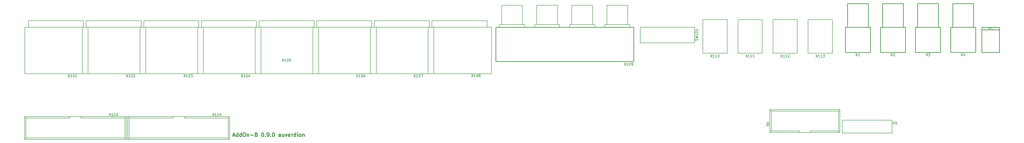
<source format=gbr>
G04 #@! TF.GenerationSoftware,KiCad,Pcbnew,(5.1.0-0)*
G04 #@! TF.CreationDate,2019-04-19T21:28:45+02:00*
G04 #@! TF.ProjectId,AddOnB,4164644f-6e42-42e6-9b69-6361645f7063,rev?*
G04 #@! TF.SameCoordinates,Original*
G04 #@! TF.FileFunction,Legend,Top*
G04 #@! TF.FilePolarity,Positive*
%FSLAX46Y46*%
G04 Gerber Fmt 4.6, Leading zero omitted, Abs format (unit mm)*
G04 Created by KiCad (PCBNEW (5.1.0-0)) date 2019-04-19 21:28:45*
%MOMM*%
%LPD*%
G04 APERTURE LIST*
%ADD10C,0.300000*%
%ADD11C,0.150000*%
%ADD12C,0.254000*%
G04 APERTURE END LIST*
D10*
X90614285Y46650000D02*
X91328571Y46650000D01*
X90471428Y46221428D02*
X90971428Y47721428D01*
X91471428Y46221428D01*
X92614285Y46221428D02*
X92614285Y47721428D01*
X92614285Y46292857D02*
X92471428Y46221428D01*
X92185714Y46221428D01*
X92042857Y46292857D01*
X91971428Y46364285D01*
X91900000Y46507142D01*
X91900000Y46935714D01*
X91971428Y47078571D01*
X92042857Y47150000D01*
X92185714Y47221428D01*
X92471428Y47221428D01*
X92614285Y47150000D01*
X93971428Y46221428D02*
X93971428Y47721428D01*
X93971428Y46292857D02*
X93828571Y46221428D01*
X93542857Y46221428D01*
X93400000Y46292857D01*
X93328571Y46364285D01*
X93257142Y46507142D01*
X93257142Y46935714D01*
X93328571Y47078571D01*
X93400000Y47150000D01*
X93542857Y47221428D01*
X93828571Y47221428D01*
X93971428Y47150000D01*
X94971428Y47721428D02*
X95257142Y47721428D01*
X95400000Y47650000D01*
X95542857Y47507142D01*
X95614285Y47221428D01*
X95614285Y46721428D01*
X95542857Y46435714D01*
X95400000Y46292857D01*
X95257142Y46221428D01*
X94971428Y46221428D01*
X94828571Y46292857D01*
X94685714Y46435714D01*
X94614285Y46721428D01*
X94614285Y47221428D01*
X94685714Y47507142D01*
X94828571Y47650000D01*
X94971428Y47721428D01*
X96257142Y47221428D02*
X96257142Y46221428D01*
X96257142Y47078571D02*
X96328571Y47150000D01*
X96471428Y47221428D01*
X96685714Y47221428D01*
X96828571Y47150000D01*
X96900000Y47007142D01*
X96900000Y46221428D01*
X97614285Y46792857D02*
X98757142Y46792857D01*
X99971428Y47007142D02*
X100185714Y46935714D01*
X100257142Y46864285D01*
X100328571Y46721428D01*
X100328571Y46507142D01*
X100257142Y46364285D01*
X100185714Y46292857D01*
X100042857Y46221428D01*
X99471428Y46221428D01*
X99471428Y47721428D01*
X99971428Y47721428D01*
X100114285Y47650000D01*
X100185714Y47578571D01*
X100257142Y47435714D01*
X100257142Y47292857D01*
X100185714Y47150000D01*
X100114285Y47078571D01*
X99971428Y47007142D01*
X99471428Y47007142D01*
X102400000Y47721428D02*
X102542857Y47721428D01*
X102685714Y47650000D01*
X102757142Y47578571D01*
X102828571Y47435714D01*
X102900000Y47150000D01*
X102900000Y46792857D01*
X102828571Y46507142D01*
X102757142Y46364285D01*
X102685714Y46292857D01*
X102542857Y46221428D01*
X102400000Y46221428D01*
X102257142Y46292857D01*
X102185714Y46364285D01*
X102114285Y46507142D01*
X102042857Y46792857D01*
X102042857Y47150000D01*
X102114285Y47435714D01*
X102185714Y47578571D01*
X102257142Y47650000D01*
X102400000Y47721428D01*
X103542857Y46364285D02*
X103614285Y46292857D01*
X103542857Y46221428D01*
X103471428Y46292857D01*
X103542857Y46364285D01*
X103542857Y46221428D01*
X104328571Y46221428D02*
X104614285Y46221428D01*
X104757142Y46292857D01*
X104828571Y46364285D01*
X104971428Y46578571D01*
X105042857Y46864285D01*
X105042857Y47435714D01*
X104971428Y47578571D01*
X104900000Y47650000D01*
X104757142Y47721428D01*
X104471428Y47721428D01*
X104328571Y47650000D01*
X104257142Y47578571D01*
X104185714Y47435714D01*
X104185714Y47078571D01*
X104257142Y46935714D01*
X104328571Y46864285D01*
X104471428Y46792857D01*
X104757142Y46792857D01*
X104900000Y46864285D01*
X104971428Y46935714D01*
X105042857Y47078571D01*
X105685714Y46364285D02*
X105757142Y46292857D01*
X105685714Y46221428D01*
X105614285Y46292857D01*
X105685714Y46364285D01*
X105685714Y46221428D01*
X106685714Y47721428D02*
X106828571Y47721428D01*
X106971428Y47650000D01*
X107042857Y47578571D01*
X107114285Y47435714D01*
X107185714Y47150000D01*
X107185714Y46792857D01*
X107114285Y46507142D01*
X107042857Y46364285D01*
X106971428Y46292857D01*
X106828571Y46221428D01*
X106685714Y46221428D01*
X106542857Y46292857D01*
X106471428Y46364285D01*
X106400000Y46507142D01*
X106328571Y46792857D01*
X106328571Y47150000D01*
X106400000Y47435714D01*
X106471428Y47578571D01*
X106542857Y47650000D01*
X106685714Y47721428D01*
X109614285Y46221428D02*
X109614285Y47007142D01*
X109542857Y47150000D01*
X109400000Y47221428D01*
X109114285Y47221428D01*
X108971428Y47150000D01*
X109614285Y46292857D02*
X109471428Y46221428D01*
X109114285Y46221428D01*
X108971428Y46292857D01*
X108900000Y46435714D01*
X108900000Y46578571D01*
X108971428Y46721428D01*
X109114285Y46792857D01*
X109471428Y46792857D01*
X109614285Y46864285D01*
X110971428Y47221428D02*
X110971428Y46221428D01*
X110328571Y47221428D02*
X110328571Y46435714D01*
X110400000Y46292857D01*
X110542857Y46221428D01*
X110757142Y46221428D01*
X110900000Y46292857D01*
X110971428Y46364285D01*
X111542857Y47221428D02*
X111900000Y46221428D01*
X112257142Y47221428D01*
X113400000Y46292857D02*
X113257142Y46221428D01*
X112971428Y46221428D01*
X112828571Y46292857D01*
X112757142Y46435714D01*
X112757142Y47007142D01*
X112828571Y47150000D01*
X112971428Y47221428D01*
X113257142Y47221428D01*
X113400000Y47150000D01*
X113471428Y47007142D01*
X113471428Y46864285D01*
X112757142Y46721428D01*
X114114285Y46221428D02*
X114114285Y47221428D01*
X114114285Y46935714D02*
X114185714Y47078571D01*
X114257142Y47150000D01*
X114400000Y47221428D01*
X114542857Y47221428D01*
X115685714Y46221428D02*
X115685714Y47721428D01*
X115685714Y46292857D02*
X115542857Y46221428D01*
X115257142Y46221428D01*
X115114285Y46292857D01*
X115042857Y46364285D01*
X114971428Y46507142D01*
X114971428Y46935714D01*
X115042857Y47078571D01*
X115114285Y47150000D01*
X115257142Y47221428D01*
X115542857Y47221428D01*
X115685714Y47150000D01*
X116400000Y46221428D02*
X116400000Y47221428D01*
X116400000Y47721428D02*
X116328571Y47650000D01*
X116400000Y47578571D01*
X116471428Y47650000D01*
X116400000Y47721428D01*
X116400000Y47578571D01*
X117328571Y46221428D02*
X117185714Y46292857D01*
X117114285Y46364285D01*
X117042857Y46507142D01*
X117042857Y46935714D01*
X117114285Y47078571D01*
X117185714Y47150000D01*
X117328571Y47221428D01*
X117542857Y47221428D01*
X117685714Y47150000D01*
X117757142Y47078571D01*
X117828571Y46935714D01*
X117828571Y46507142D01*
X117757142Y46364285D01*
X117685714Y46292857D01*
X117542857Y46221428D01*
X117328571Y46221428D01*
X118471428Y47221428D02*
X118471428Y46221428D01*
X118471428Y47078571D02*
X118542857Y47150000D01*
X118685714Y47221428D01*
X118900000Y47221428D01*
X119042857Y47150000D01*
X119114285Y47007142D01*
X119114285Y46221428D01*
D11*
X332860000Y47880000D02*
X332300000Y48430000D01*
X304920000Y47880000D02*
X305460000Y48430000D01*
X332860000Y56980000D02*
X332300000Y56430000D01*
X304920000Y56980000D02*
X305460000Y56430000D01*
X332300000Y56430000D02*
X332300000Y48430000D01*
X332860000Y56980000D02*
X332860000Y47880000D01*
X305460000Y56430000D02*
X305460000Y48430000D01*
X304920000Y56980000D02*
X304920000Y47880000D01*
X321140000Y48430000D02*
X321140000Y47880000D01*
X316640000Y48430000D02*
X316640000Y47880000D01*
X321140000Y48430000D02*
X332300000Y48430000D01*
X305460000Y48430000D02*
X316640000Y48430000D01*
X304920000Y47880000D02*
X332860000Y47880000D01*
X305460000Y56430000D02*
X332300000Y56430000D01*
X304920000Y56980000D02*
X332860000Y56980000D01*
D12*
X377000000Y90000000D02*
X387000000Y90000000D01*
X387000000Y90000000D02*
X387000000Y80000000D01*
X387000000Y80000000D02*
X377000000Y80000000D01*
X377000000Y80000000D02*
X377000000Y90000000D01*
X377850000Y90000000D02*
X377850000Y99500000D01*
X377850000Y99500000D02*
X386150000Y99500000D01*
X386150000Y99500000D02*
X386150000Y90000000D01*
X372150000Y99500000D02*
X372150000Y90000000D01*
X363850000Y99500000D02*
X372150000Y99500000D01*
X363850000Y90000000D02*
X363850000Y99500000D01*
X363000000Y80000000D02*
X363000000Y90000000D01*
X373000000Y80000000D02*
X363000000Y80000000D01*
X373000000Y90000000D02*
X373000000Y80000000D01*
X363000000Y90000000D02*
X373000000Y90000000D01*
X349000000Y90000000D02*
X359000000Y90000000D01*
X359000000Y90000000D02*
X359000000Y80000000D01*
X359000000Y80000000D02*
X349000000Y80000000D01*
X349000000Y80000000D02*
X349000000Y90000000D01*
X349850000Y90000000D02*
X349850000Y99500000D01*
X349850000Y99500000D02*
X358150000Y99500000D01*
X358150000Y99500000D02*
X358150000Y90000000D01*
D11*
X7500000Y90000000D02*
X7500000Y71400000D01*
X7500000Y71400000D02*
X32800000Y71400000D01*
X32800000Y71400000D02*
X32800000Y90000000D01*
X32800000Y90000000D02*
X7500000Y90000000D01*
X9000000Y90000000D02*
X9000000Y92700000D01*
X9000000Y92700000D02*
X31000000Y92700000D01*
X31000000Y92700000D02*
X31000000Y90000000D01*
X30500000Y90000000D02*
X30500000Y71400000D01*
X30500000Y71400000D02*
X55800000Y71400000D01*
X55800000Y71400000D02*
X55800000Y90000000D01*
X55800000Y90000000D02*
X30500000Y90000000D01*
X32000000Y90000000D02*
X32000000Y92700000D01*
X32000000Y92700000D02*
X54000000Y92700000D01*
X54000000Y92700000D02*
X54000000Y90000000D01*
X53500000Y90000000D02*
X53500000Y71400000D01*
X53500000Y71400000D02*
X78800000Y71400000D01*
X78800000Y71400000D02*
X78800000Y90000000D01*
X78800000Y90000000D02*
X53500000Y90000000D01*
X55000000Y90000000D02*
X55000000Y92700000D01*
X55000000Y92700000D02*
X77000000Y92700000D01*
X77000000Y92700000D02*
X77000000Y90000000D01*
X76500000Y90000000D02*
X76500000Y71400000D01*
X76500000Y71400000D02*
X101800000Y71400000D01*
X101800000Y71400000D02*
X101800000Y90000000D01*
X101800000Y90000000D02*
X76500000Y90000000D01*
X78000000Y90000000D02*
X78000000Y92700000D01*
X78000000Y92700000D02*
X100000000Y92700000D01*
X100000000Y92700000D02*
X100000000Y90000000D01*
X99500000Y90000000D02*
X99500000Y71400000D01*
X99500000Y71400000D02*
X124800000Y71400000D01*
X124800000Y71400000D02*
X124800000Y90000000D01*
X124800000Y90000000D02*
X99500000Y90000000D01*
X101000000Y90000000D02*
X101000000Y92700000D01*
X101000000Y92700000D02*
X123000000Y92700000D01*
X123000000Y92700000D02*
X123000000Y90000000D01*
X122500000Y90000000D02*
X122500000Y71400000D01*
X122500000Y71400000D02*
X147800000Y71400000D01*
X147800000Y71400000D02*
X147800000Y90000000D01*
X147800000Y90000000D02*
X122500000Y90000000D01*
X124000000Y90000000D02*
X124000000Y92700000D01*
X124000000Y92700000D02*
X146000000Y92700000D01*
X146000000Y92700000D02*
X146000000Y90000000D01*
X145500000Y90000000D02*
X145500000Y71400000D01*
X145500000Y71400000D02*
X170800000Y71400000D01*
X170800000Y71400000D02*
X170800000Y90000000D01*
X170800000Y90000000D02*
X145500000Y90000000D01*
X147000000Y90000000D02*
X147000000Y92700000D01*
X147000000Y92700000D02*
X169000000Y92700000D01*
X169000000Y92700000D02*
X169000000Y90000000D01*
X168500000Y90000000D02*
X168500000Y71400000D01*
X168500000Y71400000D02*
X193800000Y71400000D01*
X193800000Y71400000D02*
X193800000Y90000000D01*
X193800000Y90000000D02*
X168500000Y90000000D01*
X170000000Y90000000D02*
X170000000Y92700000D01*
X170000000Y92700000D02*
X192000000Y92700000D01*
X192000000Y92700000D02*
X192000000Y90000000D01*
D12*
X250500000Y76300000D02*
X250500000Y90000000D01*
X195500000Y76300000D02*
X250500000Y76300000D01*
X195500000Y90000000D02*
X195500000Y76300000D01*
X250500000Y90000000D02*
X195500000Y90000000D01*
D11*
X207000000Y90000000D02*
X207000000Y91100000D01*
X206150000Y98800000D02*
X206150000Y91100000D01*
X206150000Y98800000D02*
X197850000Y98800000D01*
X197000000Y91100000D02*
X197000000Y90000000D01*
X197850000Y98800000D02*
X197850000Y91100000D01*
X207000000Y91100000D02*
X197000000Y91100000D01*
X221000000Y91100000D02*
X211000000Y91100000D01*
X220150000Y98800000D02*
X220150000Y91100000D01*
X221000000Y90000000D02*
X221000000Y91100000D01*
X220150000Y98800000D02*
X211850000Y98800000D01*
X211000000Y91100000D02*
X211000000Y90000000D01*
X211850000Y98800000D02*
X211850000Y91100000D01*
X225000000Y91100000D02*
X225000000Y90000000D01*
X235000000Y91100000D02*
X225000000Y91100000D01*
X235000000Y90000000D02*
X235000000Y91100000D01*
X234150000Y98800000D02*
X225850000Y98800000D01*
X234150000Y98800000D02*
X234150000Y91100000D01*
X225850000Y98800000D02*
X225850000Y91100000D01*
X248150000Y98800000D02*
X239850000Y98800000D01*
X248150000Y98800000D02*
X248150000Y91100000D01*
X239850000Y98800000D02*
X239850000Y91100000D01*
X239000000Y91100000D02*
X239000000Y90000000D01*
X249000000Y91100000D02*
X239000000Y91100000D01*
X249000000Y90000000D02*
X249000000Y91100000D01*
X278150000Y79610000D02*
X287850000Y79610000D01*
X287850000Y79610000D02*
X287850000Y93110000D01*
X287850000Y93100000D02*
X278150000Y93100000D01*
X278150000Y93110000D02*
X278150000Y79610000D01*
X292150000Y93110000D02*
X292150000Y79610000D01*
X301850000Y93100000D02*
X292150000Y93100000D01*
X301850000Y79610000D02*
X301850000Y93110000D01*
X292150000Y79610000D02*
X301850000Y79610000D01*
X306150000Y79610000D02*
X315850000Y79610000D01*
X315850000Y79610000D02*
X315850000Y93110000D01*
X315850000Y93100000D02*
X306150000Y93100000D01*
X306150000Y93110000D02*
X306150000Y79610000D01*
X320150000Y93110000D02*
X320150000Y79610000D01*
X329850000Y93100000D02*
X320150000Y93100000D01*
X329850000Y79610000D02*
X329850000Y93110000D01*
X320150000Y79610000D02*
X329850000Y79610000D01*
X48640000Y54180000D02*
X49200000Y53630000D01*
X89280000Y54180000D02*
X88740000Y53630000D01*
X48640000Y45080000D02*
X49200000Y45630000D01*
X89280000Y45080000D02*
X88740000Y45630000D01*
X49200000Y45630000D02*
X49200000Y53630000D01*
X48640000Y45080000D02*
X48640000Y54180000D01*
X88740000Y45630000D02*
X88740000Y53630000D01*
X89280000Y45080000D02*
X89280000Y54180000D01*
X66710000Y53630000D02*
X66710000Y54180000D01*
X71210000Y53630000D02*
X71210000Y54180000D01*
X66710000Y53630000D02*
X49200000Y53630000D01*
X88740000Y53630000D02*
X71210000Y53630000D01*
X89280000Y54180000D02*
X48640000Y54180000D01*
X88740000Y45630000D02*
X49200000Y45630000D01*
X89280000Y45080000D02*
X48640000Y45080000D01*
X48080000Y45080000D02*
X7440000Y45080000D01*
X47540000Y45630000D02*
X8000000Y45630000D01*
X48080000Y54180000D02*
X7440000Y54180000D01*
X47540000Y53630000D02*
X30010000Y53630000D01*
X25510000Y53630000D02*
X8000000Y53630000D01*
X30010000Y53630000D02*
X30010000Y54180000D01*
X25510000Y53630000D02*
X25510000Y54180000D01*
X48080000Y45080000D02*
X48080000Y54180000D01*
X47540000Y45630000D02*
X47540000Y53630000D01*
X7440000Y45080000D02*
X7440000Y54180000D01*
X8000000Y45630000D02*
X8000000Y53630000D01*
X48080000Y45080000D02*
X47540000Y45630000D01*
X7440000Y45080000D02*
X8000000Y45630000D01*
X48080000Y54180000D02*
X47540000Y53630000D01*
X7440000Y54180000D02*
X8000000Y53630000D01*
D12*
X344150000Y99500000D02*
X344150000Y90000000D01*
X335850000Y99500000D02*
X344150000Y99500000D01*
X335850000Y90000000D02*
X335850000Y99500000D01*
X335000000Y80000000D02*
X335000000Y90000000D01*
X345000000Y80000000D02*
X335000000Y80000000D01*
X345000000Y90000000D02*
X345000000Y80000000D01*
X335000000Y90000000D02*
X345000000Y90000000D01*
D11*
X333770000Y47600000D02*
X333770000Y52800000D01*
X353630000Y47600000D02*
X333770000Y47600000D01*
X353630000Y52800000D02*
X353630000Y47600000D01*
X333770000Y52800000D02*
X353630000Y52800000D01*
D12*
X389500000Y90000000D02*
X389500000Y80000000D01*
X389500000Y80000000D02*
X396500000Y80000000D01*
X396500000Y80000000D02*
X396500000Y90000000D01*
X396500000Y90000000D02*
X389500000Y90000000D01*
X389500000Y89000000D02*
X396500000Y89000000D01*
D11*
X274840000Y83800000D02*
X253160000Y83800000D01*
X253160000Y83800000D02*
X253160000Y90000000D01*
X253160000Y90000000D02*
X274840000Y90000000D01*
X274840000Y90000000D02*
X274840000Y83800000D01*
X303552380Y50390476D02*
X304552380Y51057142D01*
X303552380Y51057142D02*
X304552380Y50390476D01*
X303552380Y51866666D02*
X303552380Y51676190D01*
X303600000Y51580952D01*
X303647619Y51533333D01*
X303790476Y51438095D01*
X303980952Y51390476D01*
X304361904Y51390476D01*
X304457142Y51438095D01*
X304504761Y51485714D01*
X304552380Y51580952D01*
X304552380Y51771428D01*
X304504761Y51866666D01*
X304457142Y51914285D01*
X304361904Y51961904D01*
X304123809Y51961904D01*
X304028571Y51914285D01*
X303980952Y51866666D01*
X303933333Y51771428D01*
X303933333Y51580952D01*
X303980952Y51485714D01*
X304028571Y51438095D01*
X304123809Y51390476D01*
X381190476Y79547619D02*
X381857142Y78547619D01*
X381857142Y79547619D02*
X381190476Y78547619D01*
X382666666Y79214285D02*
X382666666Y78547619D01*
X382428571Y79595238D02*
X382190476Y78880952D01*
X382809523Y78880952D01*
X367190476Y79547619D02*
X367857142Y78547619D01*
X367857142Y79547619D02*
X367190476Y78547619D01*
X368142857Y79547619D02*
X368761904Y79547619D01*
X368428571Y79166666D01*
X368571428Y79166666D01*
X368666666Y79119047D01*
X368714285Y79071428D01*
X368761904Y78976190D01*
X368761904Y78738095D01*
X368714285Y78642857D01*
X368666666Y78595238D01*
X368571428Y78547619D01*
X368285714Y78547619D01*
X368190476Y78595238D01*
X368142857Y78642857D01*
X353190476Y79547619D02*
X353857142Y78547619D01*
X353857142Y79547619D02*
X353190476Y78547619D01*
X354190476Y79452380D02*
X354238095Y79500000D01*
X354333333Y79547619D01*
X354571428Y79547619D01*
X354666666Y79500000D01*
X354714285Y79452380D01*
X354761904Y79357142D01*
X354761904Y79261904D01*
X354714285Y79119047D01*
X354142857Y78547619D01*
X354761904Y78547619D01*
X24838095Y71047619D02*
X25504761Y70047619D01*
X25504761Y71047619D02*
X24838095Y70047619D01*
X26409523Y70047619D02*
X25838095Y70047619D01*
X26123809Y70047619D02*
X26123809Y71047619D01*
X26028571Y70904761D01*
X25933333Y70809523D01*
X25838095Y70761904D01*
X27028571Y71047619D02*
X27123809Y71047619D01*
X27219047Y71000000D01*
X27266666Y70952380D01*
X27314285Y70857142D01*
X27361904Y70666666D01*
X27361904Y70428571D01*
X27314285Y70238095D01*
X27266666Y70142857D01*
X27219047Y70095238D01*
X27123809Y70047619D01*
X27028571Y70047619D01*
X26933333Y70095238D01*
X26885714Y70142857D01*
X26838095Y70238095D01*
X26790476Y70428571D01*
X26790476Y70666666D01*
X26838095Y70857142D01*
X26885714Y70952380D01*
X26933333Y71000000D01*
X27028571Y71047619D01*
X28314285Y70047619D02*
X27742857Y70047619D01*
X28028571Y70047619D02*
X28028571Y71047619D01*
X27933333Y70904761D01*
X27838095Y70809523D01*
X27742857Y70761904D01*
X48038095Y71047619D02*
X48704761Y70047619D01*
X48704761Y71047619D02*
X48038095Y70047619D01*
X49609523Y70047619D02*
X49038095Y70047619D01*
X49323809Y70047619D02*
X49323809Y71047619D01*
X49228571Y70904761D01*
X49133333Y70809523D01*
X49038095Y70761904D01*
X50228571Y71047619D02*
X50323809Y71047619D01*
X50419047Y71000000D01*
X50466666Y70952380D01*
X50514285Y70857142D01*
X50561904Y70666666D01*
X50561904Y70428571D01*
X50514285Y70238095D01*
X50466666Y70142857D01*
X50419047Y70095238D01*
X50323809Y70047619D01*
X50228571Y70047619D01*
X50133333Y70095238D01*
X50085714Y70142857D01*
X50038095Y70238095D01*
X49990476Y70428571D01*
X49990476Y70666666D01*
X50038095Y70857142D01*
X50085714Y70952380D01*
X50133333Y71000000D01*
X50228571Y71047619D01*
X50942857Y70952380D02*
X50990476Y71000000D01*
X51085714Y71047619D01*
X51323809Y71047619D01*
X51419047Y71000000D01*
X51466666Y70952380D01*
X51514285Y70857142D01*
X51514285Y70761904D01*
X51466666Y70619047D01*
X50895238Y70047619D01*
X51514285Y70047619D01*
X70938095Y71047619D02*
X71604761Y70047619D01*
X71604761Y71047619D02*
X70938095Y70047619D01*
X72509523Y70047619D02*
X71938095Y70047619D01*
X72223809Y70047619D02*
X72223809Y71047619D01*
X72128571Y70904761D01*
X72033333Y70809523D01*
X71938095Y70761904D01*
X73128571Y71047619D02*
X73223809Y71047619D01*
X73319047Y71000000D01*
X73366666Y70952380D01*
X73414285Y70857142D01*
X73461904Y70666666D01*
X73461904Y70428571D01*
X73414285Y70238095D01*
X73366666Y70142857D01*
X73319047Y70095238D01*
X73223809Y70047619D01*
X73128571Y70047619D01*
X73033333Y70095238D01*
X72985714Y70142857D01*
X72938095Y70238095D01*
X72890476Y70428571D01*
X72890476Y70666666D01*
X72938095Y70857142D01*
X72985714Y70952380D01*
X73033333Y71000000D01*
X73128571Y71047619D01*
X73795238Y71047619D02*
X74414285Y71047619D01*
X74080952Y70666666D01*
X74223809Y70666666D01*
X74319047Y70619047D01*
X74366666Y70571428D01*
X74414285Y70476190D01*
X74414285Y70238095D01*
X74366666Y70142857D01*
X74319047Y70095238D01*
X74223809Y70047619D01*
X73938095Y70047619D01*
X73842857Y70095238D01*
X73795238Y70142857D01*
X93938095Y71047619D02*
X94604761Y70047619D01*
X94604761Y71047619D02*
X93938095Y70047619D01*
X95509523Y70047619D02*
X94938095Y70047619D01*
X95223809Y70047619D02*
X95223809Y71047619D01*
X95128571Y70904761D01*
X95033333Y70809523D01*
X94938095Y70761904D01*
X96128571Y71047619D02*
X96223809Y71047619D01*
X96319047Y71000000D01*
X96366666Y70952380D01*
X96414285Y70857142D01*
X96461904Y70666666D01*
X96461904Y70428571D01*
X96414285Y70238095D01*
X96366666Y70142857D01*
X96319047Y70095238D01*
X96223809Y70047619D01*
X96128571Y70047619D01*
X96033333Y70095238D01*
X95985714Y70142857D01*
X95938095Y70238095D01*
X95890476Y70428571D01*
X95890476Y70666666D01*
X95938095Y70857142D01*
X95985714Y70952380D01*
X96033333Y71000000D01*
X96128571Y71047619D01*
X97319047Y70714285D02*
X97319047Y70047619D01*
X97080952Y71095238D02*
X96842857Y70380952D01*
X97461904Y70380952D01*
X110238095Y77347619D02*
X110904761Y76347619D01*
X110904761Y77347619D02*
X110238095Y76347619D01*
X111809523Y76347619D02*
X111238095Y76347619D01*
X111523809Y76347619D02*
X111523809Y77347619D01*
X111428571Y77204761D01*
X111333333Y77109523D01*
X111238095Y77061904D01*
X112428571Y77347619D02*
X112523809Y77347619D01*
X112619047Y77300000D01*
X112666666Y77252380D01*
X112714285Y77157142D01*
X112761904Y76966666D01*
X112761904Y76728571D01*
X112714285Y76538095D01*
X112666666Y76442857D01*
X112619047Y76395238D01*
X112523809Y76347619D01*
X112428571Y76347619D01*
X112333333Y76395238D01*
X112285714Y76442857D01*
X112238095Y76538095D01*
X112190476Y76728571D01*
X112190476Y76966666D01*
X112238095Y77157142D01*
X112285714Y77252380D01*
X112333333Y77300000D01*
X112428571Y77347619D01*
X113666666Y77347619D02*
X113190476Y77347619D01*
X113142857Y76871428D01*
X113190476Y76919047D01*
X113285714Y76966666D01*
X113523809Y76966666D01*
X113619047Y76919047D01*
X113666666Y76871428D01*
X113714285Y76776190D01*
X113714285Y76538095D01*
X113666666Y76442857D01*
X113619047Y76395238D01*
X113523809Y76347619D01*
X113285714Y76347619D01*
X113190476Y76395238D01*
X113142857Y76442857D01*
X139838095Y71047619D02*
X140504761Y70047619D01*
X140504761Y71047619D02*
X139838095Y70047619D01*
X141409523Y70047619D02*
X140838095Y70047619D01*
X141123809Y70047619D02*
X141123809Y71047619D01*
X141028571Y70904761D01*
X140933333Y70809523D01*
X140838095Y70761904D01*
X142028571Y71047619D02*
X142123809Y71047619D01*
X142219047Y71000000D01*
X142266666Y70952380D01*
X142314285Y70857142D01*
X142361904Y70666666D01*
X142361904Y70428571D01*
X142314285Y70238095D01*
X142266666Y70142857D01*
X142219047Y70095238D01*
X142123809Y70047619D01*
X142028571Y70047619D01*
X141933333Y70095238D01*
X141885714Y70142857D01*
X141838095Y70238095D01*
X141790476Y70428571D01*
X141790476Y70666666D01*
X141838095Y70857142D01*
X141885714Y70952380D01*
X141933333Y71000000D01*
X142028571Y71047619D01*
X143219047Y71047619D02*
X143028571Y71047619D01*
X142933333Y71000000D01*
X142885714Y70952380D01*
X142790476Y70809523D01*
X142742857Y70619047D01*
X142742857Y70238095D01*
X142790476Y70142857D01*
X142838095Y70095238D01*
X142933333Y70047619D01*
X143123809Y70047619D01*
X143219047Y70095238D01*
X143266666Y70142857D01*
X143314285Y70238095D01*
X143314285Y70476190D01*
X143266666Y70571428D01*
X143219047Y70619047D01*
X143123809Y70666666D01*
X142933333Y70666666D01*
X142838095Y70619047D01*
X142790476Y70571428D01*
X142742857Y70476190D01*
X162838095Y71047619D02*
X163504761Y70047619D01*
X163504761Y71047619D02*
X162838095Y70047619D01*
X164409523Y70047619D02*
X163838095Y70047619D01*
X164123809Y70047619D02*
X164123809Y71047619D01*
X164028571Y70904761D01*
X163933333Y70809523D01*
X163838095Y70761904D01*
X165028571Y71047619D02*
X165123809Y71047619D01*
X165219047Y71000000D01*
X165266666Y70952380D01*
X165314285Y70857142D01*
X165361904Y70666666D01*
X165361904Y70428571D01*
X165314285Y70238095D01*
X165266666Y70142857D01*
X165219047Y70095238D01*
X165123809Y70047619D01*
X165028571Y70047619D01*
X164933333Y70095238D01*
X164885714Y70142857D01*
X164838095Y70238095D01*
X164790476Y70428571D01*
X164790476Y70666666D01*
X164838095Y70857142D01*
X164885714Y70952380D01*
X164933333Y71000000D01*
X165028571Y71047619D01*
X165695238Y71047619D02*
X166361904Y71047619D01*
X165933333Y70047619D01*
X185838095Y71147619D02*
X186504761Y70147619D01*
X186504761Y71147619D02*
X185838095Y70147619D01*
X187409523Y70147619D02*
X186838095Y70147619D01*
X187123809Y70147619D02*
X187123809Y71147619D01*
X187028571Y71004761D01*
X186933333Y70909523D01*
X186838095Y70861904D01*
X188028571Y71147619D02*
X188123809Y71147619D01*
X188219047Y71100000D01*
X188266666Y71052380D01*
X188314285Y70957142D01*
X188361904Y70766666D01*
X188361904Y70528571D01*
X188314285Y70338095D01*
X188266666Y70242857D01*
X188219047Y70195238D01*
X188123809Y70147619D01*
X188028571Y70147619D01*
X187933333Y70195238D01*
X187885714Y70242857D01*
X187838095Y70338095D01*
X187790476Y70528571D01*
X187790476Y70766666D01*
X187838095Y70957142D01*
X187885714Y71052380D01*
X187933333Y71100000D01*
X188028571Y71147619D01*
X188933333Y70719047D02*
X188838095Y70766666D01*
X188790476Y70814285D01*
X188742857Y70909523D01*
X188742857Y70957142D01*
X188790476Y71052380D01*
X188838095Y71100000D01*
X188933333Y71147619D01*
X189123809Y71147619D01*
X189219047Y71100000D01*
X189266666Y71052380D01*
X189314285Y70957142D01*
X189314285Y70909523D01*
X189266666Y70814285D01*
X189219047Y70766666D01*
X189123809Y70719047D01*
X188933333Y70719047D01*
X188838095Y70671428D01*
X188790476Y70623809D01*
X188742857Y70528571D01*
X188742857Y70338095D01*
X188790476Y70242857D01*
X188838095Y70195238D01*
X188933333Y70147619D01*
X189123809Y70147619D01*
X189219047Y70195238D01*
X189266666Y70242857D01*
X189314285Y70338095D01*
X189314285Y70528571D01*
X189266666Y70623809D01*
X189219047Y70671428D01*
X189123809Y70719047D01*
X246838095Y75747619D02*
X247504761Y74747619D01*
X247504761Y75747619D02*
X246838095Y74747619D01*
X248409523Y74747619D02*
X247838095Y74747619D01*
X248123809Y74747619D02*
X248123809Y75747619D01*
X248028571Y75604761D01*
X247933333Y75509523D01*
X247838095Y75461904D01*
X249028571Y75747619D02*
X249123809Y75747619D01*
X249219047Y75700000D01*
X249266666Y75652380D01*
X249314285Y75557142D01*
X249361904Y75366666D01*
X249361904Y75128571D01*
X249314285Y74938095D01*
X249266666Y74842857D01*
X249219047Y74795238D01*
X249123809Y74747619D01*
X249028571Y74747619D01*
X248933333Y74795238D01*
X248885714Y74842857D01*
X248838095Y74938095D01*
X248790476Y75128571D01*
X248790476Y75366666D01*
X248838095Y75557142D01*
X248885714Y75652380D01*
X248933333Y75700000D01*
X249028571Y75747619D01*
X249838095Y74747619D02*
X250028571Y74747619D01*
X250123809Y74795238D01*
X250171428Y74842857D01*
X250266666Y74985714D01*
X250314285Y75176190D01*
X250314285Y75557142D01*
X250266666Y75652380D01*
X250219047Y75700000D01*
X250123809Y75747619D01*
X249933333Y75747619D01*
X249838095Y75700000D01*
X249790476Y75652380D01*
X249742857Y75557142D01*
X249742857Y75319047D01*
X249790476Y75223809D01*
X249838095Y75176190D01*
X249933333Y75128571D01*
X250123809Y75128571D01*
X250219047Y75176190D01*
X250266666Y75223809D01*
X250314285Y75319047D01*
X281238095Y79047619D02*
X281904761Y78047619D01*
X281904761Y79047619D02*
X281238095Y78047619D01*
X282809523Y78047619D02*
X282238095Y78047619D01*
X282523809Y78047619D02*
X282523809Y79047619D01*
X282428571Y78904761D01*
X282333333Y78809523D01*
X282238095Y78761904D01*
X283761904Y78047619D02*
X283190476Y78047619D01*
X283476190Y78047619D02*
X283476190Y79047619D01*
X283380952Y78904761D01*
X283285714Y78809523D01*
X283190476Y78761904D01*
X284380952Y79047619D02*
X284476190Y79047619D01*
X284571428Y79000000D01*
X284619047Y78952380D01*
X284666666Y78857142D01*
X284714285Y78666666D01*
X284714285Y78428571D01*
X284666666Y78238095D01*
X284619047Y78142857D01*
X284571428Y78095238D01*
X284476190Y78047619D01*
X284380952Y78047619D01*
X284285714Y78095238D01*
X284238095Y78142857D01*
X284190476Y78238095D01*
X284142857Y78428571D01*
X284142857Y78666666D01*
X284190476Y78857142D01*
X284238095Y78952380D01*
X284285714Y79000000D01*
X284380952Y79047619D01*
X295238095Y79047619D02*
X295904761Y78047619D01*
X295904761Y79047619D02*
X295238095Y78047619D01*
X296809523Y78047619D02*
X296238095Y78047619D01*
X296523809Y78047619D02*
X296523809Y79047619D01*
X296428571Y78904761D01*
X296333333Y78809523D01*
X296238095Y78761904D01*
X297761904Y78047619D02*
X297190476Y78047619D01*
X297476190Y78047619D02*
X297476190Y79047619D01*
X297380952Y78904761D01*
X297285714Y78809523D01*
X297190476Y78761904D01*
X298714285Y78047619D02*
X298142857Y78047619D01*
X298428571Y78047619D02*
X298428571Y79047619D01*
X298333333Y78904761D01*
X298238095Y78809523D01*
X298142857Y78761904D01*
X309238095Y79047619D02*
X309904761Y78047619D01*
X309904761Y79047619D02*
X309238095Y78047619D01*
X310809523Y78047619D02*
X310238095Y78047619D01*
X310523809Y78047619D02*
X310523809Y79047619D01*
X310428571Y78904761D01*
X310333333Y78809523D01*
X310238095Y78761904D01*
X311761904Y78047619D02*
X311190476Y78047619D01*
X311476190Y78047619D02*
X311476190Y79047619D01*
X311380952Y78904761D01*
X311285714Y78809523D01*
X311190476Y78761904D01*
X312142857Y78952380D02*
X312190476Y79000000D01*
X312285714Y79047619D01*
X312523809Y79047619D01*
X312619047Y79000000D01*
X312666666Y78952380D01*
X312714285Y78857142D01*
X312714285Y78761904D01*
X312666666Y78619047D01*
X312095238Y78047619D01*
X312714285Y78047619D01*
X323238095Y79047619D02*
X323904761Y78047619D01*
X323904761Y79047619D02*
X323238095Y78047619D01*
X324809523Y78047619D02*
X324238095Y78047619D01*
X324523809Y78047619D02*
X324523809Y79047619D01*
X324428571Y78904761D01*
X324333333Y78809523D01*
X324238095Y78761904D01*
X325761904Y78047619D02*
X325190476Y78047619D01*
X325476190Y78047619D02*
X325476190Y79047619D01*
X325380952Y78904761D01*
X325285714Y78809523D01*
X325190476Y78761904D01*
X326095238Y79047619D02*
X326714285Y79047619D01*
X326380952Y78666666D01*
X326523809Y78666666D01*
X326619047Y78619047D01*
X326666666Y78571428D01*
X326714285Y78476190D01*
X326714285Y78238095D01*
X326666666Y78142857D01*
X326619047Y78095238D01*
X326523809Y78047619D01*
X326238095Y78047619D01*
X326142857Y78095238D01*
X326095238Y78142857D01*
X82438095Y55547619D02*
X83104761Y54547619D01*
X83104761Y55547619D02*
X82438095Y54547619D01*
X84009523Y54547619D02*
X83438095Y54547619D01*
X83723809Y54547619D02*
X83723809Y55547619D01*
X83628571Y55404761D01*
X83533333Y55309523D01*
X83438095Y55261904D01*
X84961904Y54547619D02*
X84390476Y54547619D01*
X84676190Y54547619D02*
X84676190Y55547619D01*
X84580952Y55404761D01*
X84485714Y55309523D01*
X84390476Y55261904D01*
X85819047Y55214285D02*
X85819047Y54547619D01*
X85580952Y55595238D02*
X85342857Y54880952D01*
X85961904Y54880952D01*
X41238095Y55547619D02*
X41904761Y54547619D01*
X41904761Y55547619D02*
X41238095Y54547619D01*
X42809523Y54547619D02*
X42238095Y54547619D01*
X42523809Y54547619D02*
X42523809Y55547619D01*
X42428571Y55404761D01*
X42333333Y55309523D01*
X42238095Y55261904D01*
X43761904Y54547619D02*
X43190476Y54547619D01*
X43476190Y54547619D02*
X43476190Y55547619D01*
X43380952Y55404761D01*
X43285714Y55309523D01*
X43190476Y55261904D01*
X44666666Y55547619D02*
X44190476Y55547619D01*
X44142857Y55071428D01*
X44190476Y55119047D01*
X44285714Y55166666D01*
X44523809Y55166666D01*
X44619047Y55119047D01*
X44666666Y55071428D01*
X44714285Y54976190D01*
X44714285Y54738095D01*
X44666666Y54642857D01*
X44619047Y54595238D01*
X44523809Y54547619D01*
X44285714Y54547619D01*
X44190476Y54595238D01*
X44142857Y54642857D01*
X339190476Y79547619D02*
X339857142Y78547619D01*
X339857142Y79547619D02*
X339190476Y78547619D01*
X340761904Y78547619D02*
X340190476Y78547619D01*
X340476190Y78547619D02*
X340476190Y79547619D01*
X340380952Y79404761D01*
X340285714Y79309523D01*
X340190476Y79261904D01*
X353990476Y52147619D02*
X354657142Y51147619D01*
X354657142Y52147619D02*
X353990476Y51147619D01*
X355514285Y52147619D02*
X355038095Y52147619D01*
X354990476Y51671428D01*
X355038095Y51719047D01*
X355133333Y51766666D01*
X355371428Y51766666D01*
X355466666Y51719047D01*
X355514285Y51671428D01*
X355561904Y51576190D01*
X355561904Y51338095D01*
X355514285Y51242857D01*
X355466666Y51195238D01*
X355371428Y51147619D01*
X355133333Y51147619D01*
X355038095Y51195238D01*
X354990476Y51242857D01*
X392595238Y89571428D02*
X392738095Y89523809D01*
X392785714Y89476190D01*
X392833333Y89380952D01*
X392833333Y89238095D01*
X392785714Y89142857D01*
X392738095Y89095238D01*
X392642857Y89047619D01*
X392261904Y89047619D01*
X392261904Y90047619D01*
X392595238Y90047619D01*
X392690476Y90000000D01*
X392738095Y89952380D01*
X392785714Y89857142D01*
X392785714Y89761904D01*
X392738095Y89666666D01*
X392690476Y89619047D01*
X392595238Y89571428D01*
X392261904Y89571428D01*
X393785714Y89047619D02*
X393214285Y89047619D01*
X393500000Y89047619D02*
X393500000Y90047619D01*
X393404761Y89904761D01*
X393309523Y89809523D01*
X393214285Y89761904D01*
X276104761Y84714285D02*
X276152380Y84857142D01*
X276152380Y85095238D01*
X276104761Y85190476D01*
X276057142Y85238095D01*
X275961904Y85285714D01*
X275866666Y85285714D01*
X275771428Y85238095D01*
X275723809Y85190476D01*
X275676190Y85095238D01*
X275628571Y84904761D01*
X275580952Y84809523D01*
X275533333Y84761904D01*
X275438095Y84714285D01*
X275342857Y84714285D01*
X275247619Y84761904D01*
X275200000Y84809523D01*
X275152380Y84904761D01*
X275152380Y85142857D01*
X275200000Y85285714D01*
X275152380Y85619047D02*
X276152380Y85857142D01*
X275438095Y86047619D01*
X276152380Y86238095D01*
X275152380Y86476190D01*
X276152380Y87380952D02*
X276152380Y86809523D01*
X276152380Y87095238D02*
X275152380Y87095238D01*
X275295238Y87000000D01*
X275390476Y86904761D01*
X275438095Y86809523D01*
X275152380Y88000000D02*
X275152380Y88095238D01*
X275200000Y88190476D01*
X275247619Y88238095D01*
X275342857Y88285714D01*
X275533333Y88333333D01*
X275771428Y88333333D01*
X275961904Y88285714D01*
X276057142Y88238095D01*
X276104761Y88190476D01*
X276152380Y88095238D01*
X276152380Y88000000D01*
X276104761Y87904761D01*
X276057142Y87857142D01*
X275961904Y87809523D01*
X275771428Y87761904D01*
X275533333Y87761904D01*
X275342857Y87809523D01*
X275247619Y87857142D01*
X275200000Y87904761D01*
X275152380Y88000000D01*
X276152380Y89285714D02*
X276152380Y88714285D01*
X276152380Y89000000D02*
X275152380Y89000000D01*
X275295238Y88904761D01*
X275390476Y88809523D01*
X275438095Y88714285D01*
M02*

</source>
